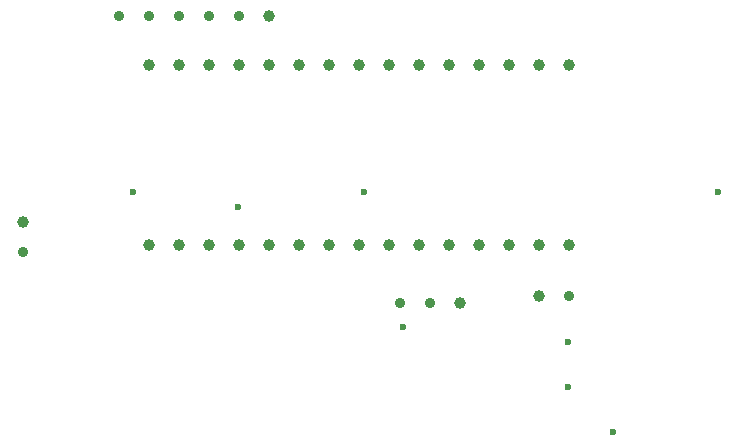
<source format=gbr>
G04 Generated by Ultiboard 14.2 *
%FSLAX24Y24*%
%MOIN*%

%ADD10C,0.0001*%
%ADD11C,0.0236*%
%ADD12C,0.0394*%
%ADD13C,0.0392*%
%ADD14C,0.0350*%


G04 ColorRGB 000000 for the following layer *
%LNDrill-Copper Top-Copper Bottom*%
%LPD*%
G54D11*
X22700Y2700D03*
X21200Y4200D03*
X21200Y5700D03*
X15700Y6200D03*
X6700Y10700D03*
X10200Y10200D03*
X14400Y10700D03*
X26200Y10700D03*
G54D12*
X7217Y8927D03*
X8217Y8927D03*
X9217Y8927D03*
X10217Y8927D03*
X11217Y8927D03*
X12217Y8927D03*
X13217Y8927D03*
X14217Y8927D03*
X15217Y8927D03*
X16217Y8927D03*
X17217Y8927D03*
X18217Y8927D03*
X19217Y8927D03*
X20217Y8927D03*
X21217Y8927D03*
X7217Y14927D03*
X8217Y14927D03*
X9217Y14927D03*
X10217Y14927D03*
X11217Y14927D03*
X12217Y14927D03*
X13217Y14927D03*
X14217Y14927D03*
X15217Y14927D03*
X16217Y14927D03*
X17217Y14927D03*
X18217Y14927D03*
X19217Y14927D03*
X20217Y14927D03*
X21217Y14927D03*
G54D13*
X20216Y7214D03*
X3038Y9694D03*
X11217Y16557D03*
X17600Y7000D03*
G54D14*
X21216Y7214D03*
X3038Y8694D03*
X10217Y16557D03*
X9217Y16557D03*
X7217Y16557D03*
X8217Y16557D03*
X6217Y16557D03*
X16600Y7000D03*
X15600Y7000D03*

M02*

</source>
